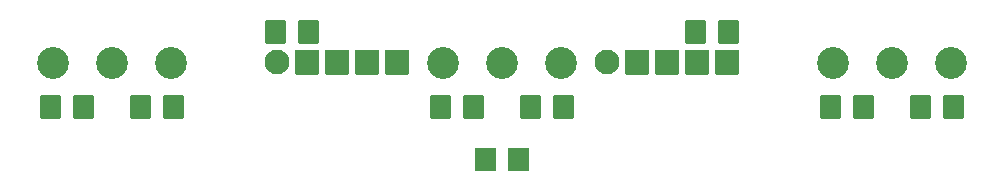
<source format=gbr>
G04 #@! TF.GenerationSoftware,KiCad,Pcbnew,5.1.12-84ad8e8a86~92~ubuntu20.04.1*
G04 #@! TF.CreationDate,2024-01-16T22:34:24+00:00*
G04 #@! TF.ProjectId,___-1.39.A-1,221a1f2d-312e-4333-992e-412d312e6b69,2A*
G04 #@! TF.SameCoordinates,Original*
G04 #@! TF.FileFunction,Soldermask,Bot*
G04 #@! TF.FilePolarity,Negative*
%FSLAX46Y46*%
G04 Gerber Fmt 4.6, Leading zero omitted, Abs format (unit mm)*
G04 Created by KiCad (PCBNEW 5.1.12-84ad8e8a86~92~ubuntu20.04.1) date 2024-01-16 22:34:24*
%MOMM*%
%LPD*%
G01*
G04 APERTURE LIST*
%ADD10C,2.100000*%
%ADD11C,2.700000*%
G04 APERTURE END LIST*
G36*
G01*
X118330000Y-145730000D02*
X118330000Y-143830000D01*
G75*
G02*
X118430000Y-143730000I100000J0D01*
G01*
X120330000Y-143730000D01*
G75*
G02*
X120430000Y-143830000I0J-100000D01*
G01*
X120430000Y-145730000D01*
G75*
G02*
X120330000Y-145830000I-100000J0D01*
G01*
X118430000Y-145830000D01*
G75*
G02*
X118330000Y-145730000I0J100000D01*
G01*
G37*
G36*
G01*
X115790000Y-145730000D02*
X115790000Y-143830000D01*
G75*
G02*
X115890000Y-143730000I100000J0D01*
G01*
X117790000Y-143730000D01*
G75*
G02*
X117890000Y-143830000I0J-100000D01*
G01*
X117890000Y-145730000D01*
G75*
G02*
X117790000Y-145830000I-100000J0D01*
G01*
X115890000Y-145830000D01*
G75*
G02*
X115790000Y-145730000I0J100000D01*
G01*
G37*
D10*
X114300000Y-144780000D03*
G36*
G01*
X120870000Y-145730000D02*
X120870000Y-143830000D01*
G75*
G02*
X120970000Y-143730000I100000J0D01*
G01*
X122870000Y-143730000D01*
G75*
G02*
X122970000Y-143830000I0J-100000D01*
G01*
X122970000Y-145730000D01*
G75*
G02*
X122870000Y-145830000I-100000J0D01*
G01*
X120970000Y-145830000D01*
G75*
G02*
X120870000Y-145730000I0J100000D01*
G01*
G37*
G36*
G01*
X123410000Y-145730000D02*
X123410000Y-143830000D01*
G75*
G02*
X123510000Y-143730000I100000J0D01*
G01*
X125410000Y-143730000D01*
G75*
G02*
X125510000Y-143830000I0J-100000D01*
G01*
X125510000Y-145730000D01*
G75*
G02*
X125410000Y-145830000I-100000J0D01*
G01*
X123510000Y-145830000D01*
G75*
G02*
X123410000Y-145730000I0J100000D01*
G01*
G37*
G36*
G01*
X90390000Y-145730000D02*
X90390000Y-143830000D01*
G75*
G02*
X90490000Y-143730000I100000J0D01*
G01*
X92390000Y-143730000D01*
G75*
G02*
X92490000Y-143830000I0J-100000D01*
G01*
X92490000Y-145730000D01*
G75*
G02*
X92390000Y-145830000I-100000J0D01*
G01*
X90490000Y-145830000D01*
G75*
G02*
X90390000Y-145730000I0J100000D01*
G01*
G37*
G36*
G01*
X87850000Y-145730000D02*
X87850000Y-143830000D01*
G75*
G02*
X87950000Y-143730000I100000J0D01*
G01*
X89850000Y-143730000D01*
G75*
G02*
X89950000Y-143830000I0J-100000D01*
G01*
X89950000Y-145730000D01*
G75*
G02*
X89850000Y-145830000I-100000J0D01*
G01*
X87950000Y-145830000D01*
G75*
G02*
X87850000Y-145730000I0J100000D01*
G01*
G37*
X86360000Y-144780000D03*
G36*
G01*
X92930000Y-145730000D02*
X92930000Y-143830000D01*
G75*
G02*
X93030000Y-143730000I100000J0D01*
G01*
X94930000Y-143730000D01*
G75*
G02*
X95030000Y-143830000I0J-100000D01*
G01*
X95030000Y-145730000D01*
G75*
G02*
X94930000Y-145830000I-100000J0D01*
G01*
X93030000Y-145830000D01*
G75*
G02*
X92930000Y-145730000I0J100000D01*
G01*
G37*
G36*
G01*
X95470000Y-145730000D02*
X95470000Y-143830000D01*
G75*
G02*
X95570000Y-143730000I100000J0D01*
G01*
X97470000Y-143730000D01*
G75*
G02*
X97570000Y-143830000I0J-100000D01*
G01*
X97570000Y-145730000D01*
G75*
G02*
X97470000Y-145830000I-100000J0D01*
G01*
X95570000Y-145830000D01*
G75*
G02*
X95470000Y-145730000I0J100000D01*
G01*
G37*
D11*
X100410000Y-144875000D03*
X110410000Y-144875000D03*
X105410000Y-144875000D03*
X72390000Y-144875000D03*
X77390000Y-144875000D03*
X67390000Y-144875000D03*
X133430000Y-144875000D03*
X143430000Y-144875000D03*
X138430000Y-144875000D03*
G36*
G01*
X66280000Y-149490000D02*
X66280000Y-147690000D01*
G75*
G02*
X66380000Y-147590000I100000J0D01*
G01*
X67980000Y-147590000D01*
G75*
G02*
X68080000Y-147690000I0J-100000D01*
G01*
X68080000Y-149490000D01*
G75*
G02*
X67980000Y-149590000I-100000J0D01*
G01*
X66380000Y-149590000D01*
G75*
G02*
X66280000Y-149490000I0J100000D01*
G01*
G37*
G36*
G01*
X69080000Y-149490000D02*
X69080000Y-147690000D01*
G75*
G02*
X69180000Y-147590000I100000J0D01*
G01*
X70780000Y-147590000D01*
G75*
G02*
X70880000Y-147690000I0J-100000D01*
G01*
X70880000Y-149490000D01*
G75*
G02*
X70780000Y-149590000I-100000J0D01*
G01*
X69180000Y-149590000D01*
G75*
G02*
X69080000Y-149490000I0J100000D01*
G01*
G37*
G36*
G01*
X89930000Y-141340000D02*
X89930000Y-143140000D01*
G75*
G02*
X89830000Y-143240000I-100000J0D01*
G01*
X88230000Y-143240000D01*
G75*
G02*
X88130000Y-143140000I0J100000D01*
G01*
X88130000Y-141340000D01*
G75*
G02*
X88230000Y-141240000I100000J0D01*
G01*
X89830000Y-141240000D01*
G75*
G02*
X89930000Y-141340000I0J-100000D01*
G01*
G37*
G36*
G01*
X87130000Y-141340000D02*
X87130000Y-143140000D01*
G75*
G02*
X87030000Y-143240000I-100000J0D01*
G01*
X85430000Y-143240000D01*
G75*
G02*
X85330000Y-143140000I0J100000D01*
G01*
X85330000Y-141340000D01*
G75*
G02*
X85430000Y-141240000I100000J0D01*
G01*
X87030000Y-141240000D01*
G75*
G02*
X87130000Y-141340000I0J-100000D01*
G01*
G37*
G36*
G01*
X73900000Y-149490000D02*
X73900000Y-147690000D01*
G75*
G02*
X74000000Y-147590000I100000J0D01*
G01*
X75600000Y-147590000D01*
G75*
G02*
X75700000Y-147690000I0J-100000D01*
G01*
X75700000Y-149490000D01*
G75*
G02*
X75600000Y-149590000I-100000J0D01*
G01*
X74000000Y-149590000D01*
G75*
G02*
X73900000Y-149490000I0J100000D01*
G01*
G37*
G36*
G01*
X76700000Y-149490000D02*
X76700000Y-147690000D01*
G75*
G02*
X76800000Y-147590000I100000J0D01*
G01*
X78400000Y-147590000D01*
G75*
G02*
X78500000Y-147690000I0J-100000D01*
G01*
X78500000Y-149490000D01*
G75*
G02*
X78400000Y-149590000I-100000J0D01*
G01*
X76800000Y-149590000D01*
G75*
G02*
X76700000Y-149490000I0J100000D01*
G01*
G37*
G36*
G01*
X99300000Y-149490000D02*
X99300000Y-147690000D01*
G75*
G02*
X99400000Y-147590000I100000J0D01*
G01*
X101000000Y-147590000D01*
G75*
G02*
X101100000Y-147690000I0J-100000D01*
G01*
X101100000Y-149490000D01*
G75*
G02*
X101000000Y-149590000I-100000J0D01*
G01*
X99400000Y-149590000D01*
G75*
G02*
X99300000Y-149490000I0J100000D01*
G01*
G37*
G36*
G01*
X102100000Y-149490000D02*
X102100000Y-147690000D01*
G75*
G02*
X102200000Y-147590000I100000J0D01*
G01*
X103800000Y-147590000D01*
G75*
G02*
X103900000Y-147690000I0J-100000D01*
G01*
X103900000Y-149490000D01*
G75*
G02*
X103800000Y-149590000I-100000J0D01*
G01*
X102200000Y-149590000D01*
G75*
G02*
X102100000Y-149490000I0J100000D01*
G01*
G37*
G36*
G01*
X103110000Y-153935000D02*
X103110000Y-152135000D01*
G75*
G02*
X103210000Y-152035000I100000J0D01*
G01*
X104810000Y-152035000D01*
G75*
G02*
X104910000Y-152135000I0J-100000D01*
G01*
X104910000Y-153935000D01*
G75*
G02*
X104810000Y-154035000I-100000J0D01*
G01*
X103210000Y-154035000D01*
G75*
G02*
X103110000Y-153935000I0J100000D01*
G01*
G37*
G36*
G01*
X105910000Y-153935000D02*
X105910000Y-152135000D01*
G75*
G02*
X106010000Y-152035000I100000J0D01*
G01*
X107610000Y-152035000D01*
G75*
G02*
X107710000Y-152135000I0J-100000D01*
G01*
X107710000Y-153935000D01*
G75*
G02*
X107610000Y-154035000I-100000J0D01*
G01*
X106010000Y-154035000D01*
G75*
G02*
X105910000Y-153935000I0J100000D01*
G01*
G37*
G36*
G01*
X106920000Y-149490000D02*
X106920000Y-147690000D01*
G75*
G02*
X107020000Y-147590000I100000J0D01*
G01*
X108620000Y-147590000D01*
G75*
G02*
X108720000Y-147690000I0J-100000D01*
G01*
X108720000Y-149490000D01*
G75*
G02*
X108620000Y-149590000I-100000J0D01*
G01*
X107020000Y-149590000D01*
G75*
G02*
X106920000Y-149490000I0J100000D01*
G01*
G37*
G36*
G01*
X109720000Y-149490000D02*
X109720000Y-147690000D01*
G75*
G02*
X109820000Y-147590000I100000J0D01*
G01*
X111420000Y-147590000D01*
G75*
G02*
X111520000Y-147690000I0J-100000D01*
G01*
X111520000Y-149490000D01*
G75*
G02*
X111420000Y-149590000I-100000J0D01*
G01*
X109820000Y-149590000D01*
G75*
G02*
X109720000Y-149490000I0J100000D01*
G01*
G37*
G36*
G01*
X132320000Y-149490000D02*
X132320000Y-147690000D01*
G75*
G02*
X132420000Y-147590000I100000J0D01*
G01*
X134020000Y-147590000D01*
G75*
G02*
X134120000Y-147690000I0J-100000D01*
G01*
X134120000Y-149490000D01*
G75*
G02*
X134020000Y-149590000I-100000J0D01*
G01*
X132420000Y-149590000D01*
G75*
G02*
X132320000Y-149490000I0J100000D01*
G01*
G37*
G36*
G01*
X135120000Y-149490000D02*
X135120000Y-147690000D01*
G75*
G02*
X135220000Y-147590000I100000J0D01*
G01*
X136820000Y-147590000D01*
G75*
G02*
X136920000Y-147690000I0J-100000D01*
G01*
X136920000Y-149490000D01*
G75*
G02*
X136820000Y-149590000I-100000J0D01*
G01*
X135220000Y-149590000D01*
G75*
G02*
X135120000Y-149490000I0J100000D01*
G01*
G37*
G36*
G01*
X125490000Y-141340000D02*
X125490000Y-143140000D01*
G75*
G02*
X125390000Y-143240000I-100000J0D01*
G01*
X123790000Y-143240000D01*
G75*
G02*
X123690000Y-143140000I0J100000D01*
G01*
X123690000Y-141340000D01*
G75*
G02*
X123790000Y-141240000I100000J0D01*
G01*
X125390000Y-141240000D01*
G75*
G02*
X125490000Y-141340000I0J-100000D01*
G01*
G37*
G36*
G01*
X122690000Y-141340000D02*
X122690000Y-143140000D01*
G75*
G02*
X122590000Y-143240000I-100000J0D01*
G01*
X120990000Y-143240000D01*
G75*
G02*
X120890000Y-143140000I0J100000D01*
G01*
X120890000Y-141340000D01*
G75*
G02*
X120990000Y-141240000I100000J0D01*
G01*
X122590000Y-141240000D01*
G75*
G02*
X122690000Y-141340000I0J-100000D01*
G01*
G37*
G36*
G01*
X139940000Y-149490000D02*
X139940000Y-147690000D01*
G75*
G02*
X140040000Y-147590000I100000J0D01*
G01*
X141640000Y-147590000D01*
G75*
G02*
X141740000Y-147690000I0J-100000D01*
G01*
X141740000Y-149490000D01*
G75*
G02*
X141640000Y-149590000I-100000J0D01*
G01*
X140040000Y-149590000D01*
G75*
G02*
X139940000Y-149490000I0J100000D01*
G01*
G37*
G36*
G01*
X142740000Y-149490000D02*
X142740000Y-147690000D01*
G75*
G02*
X142840000Y-147590000I100000J0D01*
G01*
X144440000Y-147590000D01*
G75*
G02*
X144540000Y-147690000I0J-100000D01*
G01*
X144540000Y-149490000D01*
G75*
G02*
X144440000Y-149590000I-100000J0D01*
G01*
X142840000Y-149590000D01*
G75*
G02*
X142740000Y-149490000I0J100000D01*
G01*
G37*
M02*

</source>
